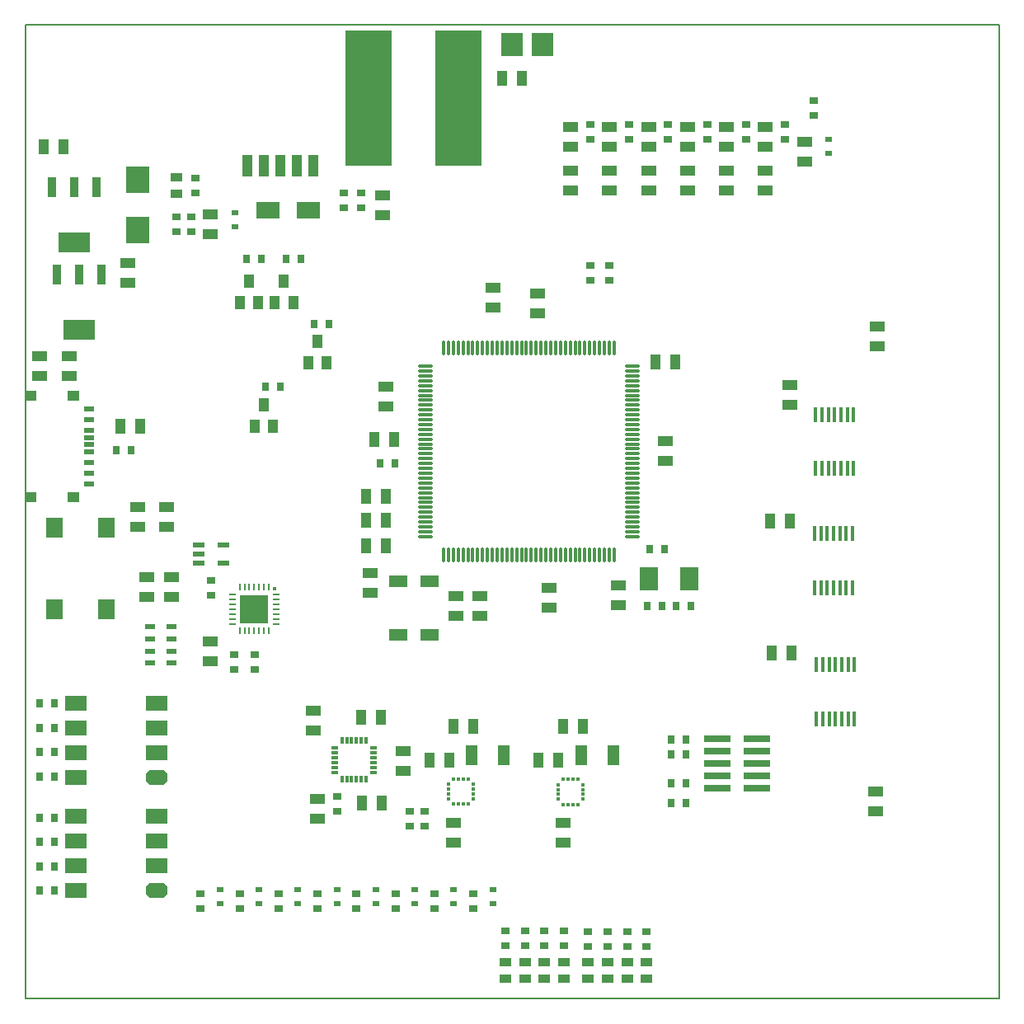
<source format=gtp>
%FSLAX25Y25*%
%MOIN*%
G70*
G01*
G75*
G04 Layer_Color=8421504*
%ADD10R,0.06000X0.04000*%
%ADD11R,0.04000X0.06000*%
%ADD12R,0.08701X0.09252*%
%ADD13R,0.09252X0.10906*%
%ADD14R,0.05000X0.08000*%
%ADD15R,0.02799X0.03201*%
%ADD16R,0.04900X0.02200*%
%ADD17R,0.05118X0.03347*%
%ADD18R,0.02756X0.02362*%
%ADD19R,0.09449X0.07087*%
%ADD20R,0.07874X0.01969*%
%ADD21R,0.08661X0.09843*%
%ADD22R,0.04000X0.02000*%
%ADD23R,0.04700X0.04100*%
%ADD24R,0.11024X0.02953*%
%ADD25R,0.18701X0.55118*%
%ADD26R,0.01181X0.01772*%
%ADD27R,0.01772X0.01181*%
%ADD28R,0.01378X0.03150*%
%ADD29R,0.03150X0.01378*%
%ADD30R,0.04331X0.02362*%
%ADD31R,0.03201X0.02799*%
G04:AMPARAMS|DCode=32|XSize=60mil|YSize=85mil|CornerRadius=0mil|HoleSize=0mil|Usage=FLASHONLY|Rotation=90.000|XOffset=0mil|YOffset=0mil|HoleType=Round|Shape=Octagon|*
%AMOCTAGOND32*
4,1,8,-0.04250,-0.01500,-0.04250,0.01500,-0.02750,0.03000,0.02750,0.03000,0.04250,0.01500,0.04250,-0.01500,0.02750,-0.03000,-0.02750,-0.03000,-0.04250,-0.01500,0.0*
%
%ADD32OCTAGOND32*%

%ADD33R,0.08500X0.06000*%
%ADD34R,0.03937X0.05512*%
%ADD35R,0.01142X0.02756*%
%ADD36R,0.11811X0.11811*%
%ADD37R,0.02756X0.01142*%
%ADD38R,0.01772X0.01772*%
%ADD39R,0.03543X0.08268*%
%ADD40R,0.12992X0.08268*%
%ADD41R,0.04213X0.08504*%
%ADD42R,0.01181X0.06496*%
%ADD43R,0.07480X0.05118*%
%ADD44R,0.07480X0.09449*%
%ADD45O,0.01181X0.06496*%
%ADD46O,0.06496X0.01181*%
%ADD47C,0.00787*%
%ADD48C,0.03937*%
%ADD49R,0.23622X0.07874*%
%ADD50R,0.25591X0.07874*%
%ADD51R,0.06299X0.01181*%
%ADD52R,0.18504X0.00394*%
%ADD53R,0.03150X0.03150*%
%ADD54R,0.21654X0.00787*%
%ADD55R,0.11811X0.03937*%
%ADD56R,0.15748X0.09843*%
%ADD57R,0.03937X0.12205*%
%ADD58R,0.12992X0.16535*%
%ADD59R,0.14961X0.24803*%
%ADD60R,0.29528X0.12598*%
%ADD61R,0.00787X0.07874*%
%ADD62R,0.06299X0.13779*%
%ADD63R,0.17717X0.07874*%
%ADD64R,0.08268X0.18898*%
%ADD65R,0.24803X0.18898*%
%ADD66R,0.24803X0.00787*%
%ADD67R,0.06299X0.07087*%
%ADD68R,0.05512X0.07480*%
%ADD69R,0.52362X0.07480*%
%ADD70R,0.19685X0.07874*%
%ADD71R,0.11417X0.11417*%
%ADD72R,0.08268X0.07480*%
%ADD73R,0.01575X0.00394*%
%ADD74R,0.30315X0.16929*%
%ADD75R,0.09843X0.13779*%
%ADD76R,0.06299X0.15748*%
%ADD77R,0.20079X0.08661*%
%ADD78R,0.14173X0.44488*%
%ADD79R,0.12992X0.43307*%
%ADD80R,0.27559X0.29528*%
%ADD81R,0.16929X0.29528*%
%ADD82R,0.16535X0.05512*%
%ADD83R,0.09449X0.09843*%
%ADD84R,0.12205X0.18898*%
%ADD85R,0.01969X0.11024*%
%ADD86R,0.00787X0.11024*%
%ADD87R,0.05906X0.21654*%
%ADD88R,0.07874X0.03937*%
%ADD89R,0.42520X0.07520*%
%ADD90R,0.32795X0.20000*%
%ADD91C,0.06500*%
%ADD92R,0.06500X0.06500*%
%ADD93C,0.06000*%
%ADD94R,0.06500X0.06500*%
%ADD95R,0.07874X0.07874*%
%ADD96C,0.07874*%
%ADD97C,0.02362*%
%ADD98C,0.23622*%
%ADD99C,0.04724*%
%ADD100C,0.04000*%
%ADD101C,0.08000*%
%ADD102C,0.07000*%
G04:AMPARAMS|DCode=103|XSize=90mil|YSize=90mil|CornerRadius=0mil|HoleSize=0mil|Usage=FLASHONLY|Rotation=0.000|XOffset=0mil|YOffset=0mil|HoleType=Round|Shape=Relief|Width=10mil|Gap=10mil|Entries=4|*
%AMTHD103*
7,0,0,0.09000,0.07000,0.01000,45*
%
%ADD103THD103*%
G04:AMPARAMS|DCode=104|XSize=100mil|YSize=100mil|CornerRadius=0mil|HoleSize=0mil|Usage=FLASHONLY|Rotation=0.000|XOffset=0mil|YOffset=0mil|HoleType=Round|Shape=Relief|Width=10mil|Gap=10mil|Entries=4|*
%AMTHD104*
7,0,0,0.10000,0.08000,0.01000,45*
%
%ADD104THD104*%
%ADD105C,0.09118*%
G04:AMPARAMS|DCode=106|XSize=111.181mil|YSize=111.181mil|CornerRadius=0mil|HoleSize=0mil|Usage=FLASHONLY|Rotation=0.000|XOffset=0mil|YOffset=0mil|HoleType=Round|Shape=Relief|Width=10mil|Gap=10mil|Entries=4|*
%AMTHD106*
7,0,0,0.11118,0.09118,0.01000,45*
%
%ADD106THD106*%
G04:AMPARAMS|DCode=107|XSize=99.37mil|YSize=99.37mil|CornerRadius=0mil|HoleSize=0mil|Usage=FLASHONLY|Rotation=0.000|XOffset=0mil|YOffset=0mil|HoleType=Round|Shape=Relief|Width=10mil|Gap=10mil|Entries=4|*
%AMTHD107*
7,0,0,0.09937,0.07937,0.01000,45*
%
%ADD107THD107*%
%ADD108C,0.07937*%
%ADD109C,0.04984*%
G04:AMPARAMS|DCode=110|XSize=69.843mil|YSize=69.843mil|CornerRadius=0mil|HoleSize=0mil|Usage=FLASHONLY|Rotation=0.000|XOffset=0mil|YOffset=0mil|HoleType=Round|Shape=Relief|Width=10mil|Gap=10mil|Entries=4|*
%AMTHD110*
7,0,0,0.06984,0.04984,0.01000,45*
%
%ADD110THD110*%
G04:AMPARAMS|DCode=111|XSize=178.11mil|YSize=178.11mil|CornerRadius=0mil|HoleSize=0mil|Usage=FLASHONLY|Rotation=0.000|XOffset=0mil|YOffset=0mil|HoleType=Round|Shape=Relief|Width=10mil|Gap=10mil|Entries=4|*
%AMTHD111*
7,0,0,0.17811,0.15811,0.01000,45*
%
%ADD111THD111*%
%ADD112C,0.07543*%
%ADD113C,0.15811*%
%ADD114C,0.01000*%
%ADD115C,0.00984*%
%ADD116C,0.02362*%
%ADD117C,0.00500*%
%ADD118C,0.00600*%
%ADD119C,0.00394*%
%ADD120C,0.01181*%
%ADD121C,0.00200*%
%ADD122C,0.00591*%
%ADD123R,0.01968X0.02953*%
%ADD124R,0.06299X0.00394*%
%ADD125R,0.07087X0.08268*%
D10*
X49213Y162535D02*
D03*
Y170535D02*
D03*
X59055Y162535D02*
D03*
Y170535D02*
D03*
X344488Y271717D02*
D03*
Y263717D02*
D03*
X45276Y198882D02*
D03*
Y190882D02*
D03*
X57087D02*
D03*
Y198882D02*
D03*
X343701Y83858D02*
D03*
Y75858D02*
D03*
X220472Y334709D02*
D03*
Y326709D02*
D03*
X236220Y334709D02*
D03*
Y326709D02*
D03*
X220472Y344425D02*
D03*
Y352425D02*
D03*
X236220Y344425D02*
D03*
Y352425D02*
D03*
X251969Y334709D02*
D03*
Y326709D02*
D03*
X267717Y334709D02*
D03*
Y326709D02*
D03*
X251969Y344425D02*
D03*
Y352425D02*
D03*
X267717Y344488D02*
D03*
Y352488D02*
D03*
X283465Y334709D02*
D03*
Y326709D02*
D03*
X299213Y334709D02*
D03*
Y326709D02*
D03*
X283465Y344425D02*
D03*
Y352425D02*
D03*
X299213Y344425D02*
D03*
Y352425D02*
D03*
X17717Y251906D02*
D03*
Y259906D02*
D03*
X41339Y297307D02*
D03*
Y289307D02*
D03*
X5906Y259906D02*
D03*
Y251906D02*
D03*
X74803Y308992D02*
D03*
Y316992D02*
D03*
X144488Y316866D02*
D03*
Y324866D02*
D03*
X309055Y248158D02*
D03*
Y240158D02*
D03*
X116397Y108430D02*
D03*
Y116430D02*
D03*
X118110Y72772D02*
D03*
Y80772D02*
D03*
X152756Y100126D02*
D03*
Y92126D02*
D03*
X74803Y136551D02*
D03*
Y144551D02*
D03*
X314961Y338520D02*
D03*
Y346520D02*
D03*
X217409Y62929D02*
D03*
Y70929D02*
D03*
X173228Y62929D02*
D03*
Y70929D02*
D03*
X174016Y154661D02*
D03*
Y162661D02*
D03*
X145669Y247307D02*
D03*
Y239307D02*
D03*
X183858Y162661D02*
D03*
Y154661D02*
D03*
X211811Y166205D02*
D03*
Y158205D02*
D03*
X239764Y166992D02*
D03*
Y158992D02*
D03*
X258661Y225260D02*
D03*
Y217260D02*
D03*
X207087Y277102D02*
D03*
Y285102D02*
D03*
X188976Y279465D02*
D03*
Y287465D02*
D03*
X139370Y164047D02*
D03*
Y172047D02*
D03*
D11*
X38520Y231496D02*
D03*
X46520D02*
D03*
X7417Y344488D02*
D03*
X15417D02*
D03*
X200850Y372047D02*
D03*
X192850D02*
D03*
X301118Y192913D02*
D03*
X309118D02*
D03*
X301906Y139764D02*
D03*
X309906D02*
D03*
X144157Y79134D02*
D03*
X136157D02*
D03*
X143764Y113779D02*
D03*
X135764D02*
D03*
X207504Y96457D02*
D03*
X215504D02*
D03*
X225346Y110236D02*
D03*
X217346D02*
D03*
X163323Y96457D02*
D03*
X171323D02*
D03*
X181165Y110236D02*
D03*
X173165D02*
D03*
X148945Y225984D02*
D03*
X140945D02*
D03*
X254661Y257283D02*
D03*
X262662D02*
D03*
X145732Y193307D02*
D03*
X137732D02*
D03*
Y183071D02*
D03*
X145732D02*
D03*
X137732Y203150D02*
D03*
X145732D02*
D03*
D12*
X208917Y385827D02*
D03*
X196595D02*
D03*
D13*
X45276Y330984D02*
D03*
Y310748D02*
D03*
D14*
X237689Y98425D02*
D03*
X224689D02*
D03*
X193508D02*
D03*
X180508D02*
D03*
D15*
X269142Y158661D02*
D03*
X263142D02*
D03*
X251331D02*
D03*
X257331D02*
D03*
X89520Y299213D02*
D03*
X95520D02*
D03*
X97197Y247244D02*
D03*
X103197D02*
D03*
X105268Y299213D02*
D03*
X111268D02*
D03*
X116882Y272835D02*
D03*
X122882D02*
D03*
X11661Y73228D02*
D03*
X5661D02*
D03*
X11661Y63386D02*
D03*
X5661D02*
D03*
X11661Y53543D02*
D03*
X5661D02*
D03*
X11661Y43701D02*
D03*
X5661D02*
D03*
X11661Y119291D02*
D03*
X5661D02*
D03*
X11661Y109449D02*
D03*
X5661D02*
D03*
X11661Y99606D02*
D03*
X5661D02*
D03*
X11661Y89764D02*
D03*
X5661D02*
D03*
X36614Y221654D02*
D03*
X42614D02*
D03*
X261173Y104724D02*
D03*
X267173D02*
D03*
Y98819D02*
D03*
X261173D02*
D03*
X267173Y87008D02*
D03*
X261173D02*
D03*
Y79134D02*
D03*
X267173D02*
D03*
X149457Y216535D02*
D03*
X143457D02*
D03*
X252512Y181890D02*
D03*
X258512D02*
D03*
D16*
X70221Y179715D02*
D03*
Y175965D02*
D03*
Y183465D02*
D03*
X79921Y175965D02*
D03*
Y183465D02*
D03*
D17*
X251181Y7972D02*
D03*
Y14862D02*
D03*
X243307Y7972D02*
D03*
Y14862D02*
D03*
X235433Y7972D02*
D03*
Y14862D02*
D03*
X227559Y7972D02*
D03*
Y14862D02*
D03*
X217717Y7972D02*
D03*
Y14862D02*
D03*
X209842Y7972D02*
D03*
Y14862D02*
D03*
X201969Y7972D02*
D03*
Y14862D02*
D03*
X194095Y7972D02*
D03*
Y14862D02*
D03*
X61024Y325295D02*
D03*
Y332185D02*
D03*
D18*
X84646Y312165D02*
D03*
Y317756D02*
D03*
X141732Y38543D02*
D03*
Y44134D02*
D03*
X157480Y38543D02*
D03*
Y44134D02*
D03*
X173228Y38543D02*
D03*
Y44134D02*
D03*
X188976Y38543D02*
D03*
Y44134D02*
D03*
X125984Y38543D02*
D03*
Y44134D02*
D03*
X110236Y38543D02*
D03*
Y44134D02*
D03*
X94488Y38543D02*
D03*
Y44134D02*
D03*
X78740Y38543D02*
D03*
Y44134D02*
D03*
X324803Y341693D02*
D03*
Y347283D02*
D03*
D19*
X114370Y318898D02*
D03*
X98228D02*
D03*
D22*
X25788Y229823D02*
D03*
Y224114D02*
D03*
Y221162D02*
D03*
Y238484D02*
D03*
Y208170D02*
D03*
Y234154D02*
D03*
Y212500D02*
D03*
Y226870D02*
D03*
Y216831D02*
D03*
D23*
X19489Y243898D02*
D03*
X1969D02*
D03*
Y202756D02*
D03*
X19489D02*
D03*
D24*
X295669Y85039D02*
D03*
X279669D02*
D03*
X295669Y90039D02*
D03*
X279669D02*
D03*
X295669Y95039D02*
D03*
X279669D02*
D03*
X295669Y100039D02*
D03*
X279669D02*
D03*
X295669Y105039D02*
D03*
X279669D02*
D03*
D25*
X175197Y364173D02*
D03*
X138780D02*
D03*
D26*
X217409Y78543D02*
D03*
X219378D02*
D03*
X221346D02*
D03*
X223315D02*
D03*
Y88583D02*
D03*
X221346D02*
D03*
X219378D02*
D03*
X217409D02*
D03*
X173228Y78740D02*
D03*
X175197D02*
D03*
X177165D02*
D03*
X179134D02*
D03*
Y88780D02*
D03*
X177165D02*
D03*
X175197D02*
D03*
X173228D02*
D03*
D27*
X225382Y80610D02*
D03*
Y82579D02*
D03*
Y84547D02*
D03*
Y86516D02*
D03*
X215343D02*
D03*
Y84547D02*
D03*
Y82579D02*
D03*
Y80610D02*
D03*
X181201Y80807D02*
D03*
Y82776D02*
D03*
Y84744D02*
D03*
Y86713D02*
D03*
X171161D02*
D03*
Y84744D02*
D03*
Y82776D02*
D03*
Y80807D02*
D03*
D28*
X127953Y104331D02*
D03*
X129921D02*
D03*
X131890D02*
D03*
X133858D02*
D03*
X135827D02*
D03*
X137795D02*
D03*
Y88583D02*
D03*
X135827D02*
D03*
X133858D02*
D03*
X131890D02*
D03*
X129921D02*
D03*
X127953D02*
D03*
D29*
X140748Y101378D02*
D03*
Y99409D02*
D03*
Y97441D02*
D03*
Y95472D02*
D03*
Y93504D02*
D03*
Y91535D02*
D03*
X125000D02*
D03*
Y93504D02*
D03*
Y95472D02*
D03*
Y97441D02*
D03*
Y99409D02*
D03*
Y101378D02*
D03*
D30*
X59055Y135630D02*
D03*
Y140551D02*
D03*
Y145472D02*
D03*
Y150394D02*
D03*
X50394Y135630D02*
D03*
Y140551D02*
D03*
Y145472D02*
D03*
Y150394D02*
D03*
D31*
X75197Y169142D02*
D03*
Y163142D02*
D03*
X251181Y21016D02*
D03*
Y27016D02*
D03*
X243307Y21016D02*
D03*
Y27016D02*
D03*
X235433Y21016D02*
D03*
Y27016D02*
D03*
X228346Y347394D02*
D03*
Y353394D02*
D03*
X244094Y347394D02*
D03*
Y353394D02*
D03*
X227559Y21016D02*
D03*
Y27016D02*
D03*
X217717Y21260D02*
D03*
Y27260D02*
D03*
X209842Y21260D02*
D03*
Y27260D02*
D03*
X201969Y21260D02*
D03*
Y27260D02*
D03*
X259843Y347394D02*
D03*
Y353394D02*
D03*
X275591Y347394D02*
D03*
Y353394D02*
D03*
X194095Y21260D02*
D03*
Y27260D02*
D03*
X291339Y347394D02*
D03*
Y353394D02*
D03*
X307087Y347394D02*
D03*
Y353394D02*
D03*
X68898Y331740D02*
D03*
Y325740D02*
D03*
X61024Y315992D02*
D03*
Y309992D02*
D03*
X66929D02*
D03*
Y315992D02*
D03*
X128740Y319835D02*
D03*
Y325835D02*
D03*
X135827D02*
D03*
Y319835D02*
D03*
X133858Y36370D02*
D03*
Y42370D02*
D03*
X149606Y36370D02*
D03*
Y42370D02*
D03*
X165354Y36370D02*
D03*
Y42370D02*
D03*
X181102Y36370D02*
D03*
Y42370D02*
D03*
X118110Y36370D02*
D03*
Y42370D02*
D03*
X102362Y36370D02*
D03*
Y42370D02*
D03*
X86614Y36370D02*
D03*
Y42370D02*
D03*
X70866Y36370D02*
D03*
Y42370D02*
D03*
X92775Y139052D02*
D03*
Y133052D02*
D03*
X84507Y139052D02*
D03*
Y133052D02*
D03*
X155512Y69835D02*
D03*
Y75835D02*
D03*
X161417Y69835D02*
D03*
Y75835D02*
D03*
X228346Y296307D02*
D03*
Y290307D02*
D03*
X236221Y296307D02*
D03*
Y290307D02*
D03*
X125984Y75740D02*
D03*
Y81740D02*
D03*
X318898Y357236D02*
D03*
Y363236D02*
D03*
D32*
X52973Y43701D02*
D03*
X52973Y89449D02*
D03*
D33*
X52973Y53701D02*
D03*
Y63701D02*
D03*
Y73701D02*
D03*
X20472D02*
D03*
Y63701D02*
D03*
Y53701D02*
D03*
Y43701D02*
D03*
X52973Y99449D02*
D03*
Y109449D02*
D03*
Y119449D02*
D03*
X20472D02*
D03*
Y109449D02*
D03*
Y99449D02*
D03*
Y89449D02*
D03*
D34*
X86614Y281496D02*
D03*
X94094D02*
D03*
X90354Y290157D02*
D03*
X92717Y231496D02*
D03*
X100197D02*
D03*
X96457Y240157D02*
D03*
X100787Y281496D02*
D03*
X108268D02*
D03*
X104528Y290157D02*
D03*
X114370Y257087D02*
D03*
X121850D02*
D03*
X118110Y265748D02*
D03*
D35*
X98425Y166339D02*
D03*
Y148622D02*
D03*
X96457D02*
D03*
X94488D02*
D03*
X92520D02*
D03*
X90551D02*
D03*
X88583D02*
D03*
X86614D02*
D03*
X96457Y166339D02*
D03*
X94488D02*
D03*
X92520D02*
D03*
X90551D02*
D03*
X88583D02*
D03*
X86614D02*
D03*
D36*
X92520Y157480D02*
D03*
D37*
X101378Y151575D02*
D03*
Y153543D02*
D03*
Y155512D02*
D03*
Y157480D02*
D03*
Y159449D02*
D03*
Y161417D02*
D03*
Y163386D02*
D03*
X83662Y151575D02*
D03*
Y153543D02*
D03*
Y155512D02*
D03*
Y157480D02*
D03*
Y159449D02*
D03*
Y161417D02*
D03*
Y163386D02*
D03*
D38*
X100787Y165748D02*
D03*
D39*
X28740Y328150D02*
D03*
X19685D02*
D03*
X10630D02*
D03*
X30709Y292717D02*
D03*
X21654D02*
D03*
X12598D02*
D03*
D40*
X19685Y305709D02*
D03*
X21654Y270276D02*
D03*
D41*
X89764Y336614D02*
D03*
X96457D02*
D03*
X103150D02*
D03*
X109843D02*
D03*
X116535D02*
D03*
D42*
X319488Y214272D02*
D03*
X322047D02*
D03*
X324606D02*
D03*
X327165D02*
D03*
X329724D02*
D03*
X332284D02*
D03*
X334843D02*
D03*
X319488Y236122D02*
D03*
X322047D02*
D03*
X324606D02*
D03*
X327165D02*
D03*
X329724D02*
D03*
X332284D02*
D03*
X334843D02*
D03*
X319095Y166240D02*
D03*
X321654D02*
D03*
X324213D02*
D03*
X326772D02*
D03*
X329331D02*
D03*
X331890D02*
D03*
X334449D02*
D03*
X319095Y188091D02*
D03*
X321654D02*
D03*
X324213D02*
D03*
X326772D02*
D03*
X329331D02*
D03*
X331890D02*
D03*
X334449D02*
D03*
X319882Y113091D02*
D03*
X322441D02*
D03*
X325000D02*
D03*
X327559D02*
D03*
X330118D02*
D03*
X332677D02*
D03*
X335236D02*
D03*
X319882Y134941D02*
D03*
X322441D02*
D03*
X325000D02*
D03*
X327559D02*
D03*
X330118D02*
D03*
X332677D02*
D03*
X335236D02*
D03*
D43*
X163386Y168701D02*
D03*
Y147047D02*
D03*
X150787D02*
D03*
Y168701D02*
D03*
D44*
X268307Y169685D02*
D03*
X252165D02*
D03*
D45*
X169094Y262992D02*
D03*
X171063D02*
D03*
X173032D02*
D03*
X175000D02*
D03*
X176969D02*
D03*
X178937D02*
D03*
X180906D02*
D03*
X182874D02*
D03*
X184843D02*
D03*
X186811D02*
D03*
X188780D02*
D03*
X190748D02*
D03*
X192717D02*
D03*
X194685D02*
D03*
X196654D02*
D03*
X198622D02*
D03*
X200591D02*
D03*
X202559D02*
D03*
X204528D02*
D03*
X206496D02*
D03*
X208465D02*
D03*
X210433D02*
D03*
X212402D02*
D03*
X214370D02*
D03*
X216339D02*
D03*
X218307D02*
D03*
X220276D02*
D03*
X222244D02*
D03*
X224213D02*
D03*
X226181D02*
D03*
X228150D02*
D03*
X230118D02*
D03*
X232087D02*
D03*
X234055D02*
D03*
X236024D02*
D03*
X237992D02*
D03*
Y179528D02*
D03*
X236024D02*
D03*
X234055D02*
D03*
X232087D02*
D03*
X230118D02*
D03*
X228150D02*
D03*
X226181D02*
D03*
X224213D02*
D03*
X222244D02*
D03*
X220276D02*
D03*
X218307D02*
D03*
X216339D02*
D03*
X214370D02*
D03*
X212402D02*
D03*
X210433D02*
D03*
X208465D02*
D03*
X206496D02*
D03*
X204528D02*
D03*
X202559D02*
D03*
X200591D02*
D03*
X198622D02*
D03*
X196654D02*
D03*
X194685D02*
D03*
X192717D02*
D03*
X190748D02*
D03*
X188780D02*
D03*
X186811D02*
D03*
X184843D02*
D03*
X182874D02*
D03*
X180906D02*
D03*
X178937D02*
D03*
X176969D02*
D03*
X175000D02*
D03*
X173032D02*
D03*
X171063D02*
D03*
X169094D02*
D03*
D46*
X245276Y255709D02*
D03*
Y253740D02*
D03*
Y251772D02*
D03*
Y249803D02*
D03*
Y247835D02*
D03*
Y245866D02*
D03*
Y243898D02*
D03*
Y241929D02*
D03*
Y239961D02*
D03*
Y237992D02*
D03*
Y236024D02*
D03*
Y234055D02*
D03*
Y232087D02*
D03*
Y230118D02*
D03*
Y228150D02*
D03*
Y226181D02*
D03*
Y224213D02*
D03*
Y222244D02*
D03*
Y220276D02*
D03*
Y218307D02*
D03*
Y216339D02*
D03*
Y214370D02*
D03*
Y212402D02*
D03*
Y210433D02*
D03*
Y208465D02*
D03*
Y206496D02*
D03*
Y204528D02*
D03*
Y202559D02*
D03*
Y200591D02*
D03*
Y198622D02*
D03*
Y196654D02*
D03*
Y194685D02*
D03*
Y192717D02*
D03*
Y190748D02*
D03*
Y188780D02*
D03*
Y186811D02*
D03*
X161811D02*
D03*
Y188780D02*
D03*
Y190748D02*
D03*
Y192717D02*
D03*
Y194685D02*
D03*
Y196654D02*
D03*
Y198622D02*
D03*
Y200591D02*
D03*
Y202559D02*
D03*
Y204528D02*
D03*
Y206496D02*
D03*
Y208465D02*
D03*
Y210433D02*
D03*
Y212402D02*
D03*
Y214370D02*
D03*
Y216339D02*
D03*
Y218307D02*
D03*
Y220276D02*
D03*
Y222244D02*
D03*
Y224213D02*
D03*
Y226181D02*
D03*
Y228150D02*
D03*
Y230118D02*
D03*
Y232087D02*
D03*
Y234055D02*
D03*
Y236024D02*
D03*
Y237992D02*
D03*
Y239961D02*
D03*
Y241929D02*
D03*
Y243898D02*
D03*
Y245866D02*
D03*
Y247835D02*
D03*
Y249803D02*
D03*
Y251772D02*
D03*
Y253740D02*
D03*
Y255709D02*
D03*
D47*
X0Y0D02*
Y393701D01*
X393701D01*
Y0D02*
Y393701D01*
X0Y0D02*
X393701D01*
D124*
X33661Y180315D02*
D03*
Y177165D02*
D03*
Y174016D02*
D03*
Y170866D02*
D03*
Y167717D02*
D03*
D125*
X32677Y190551D02*
D03*
X11811D02*
D03*
Y157480D02*
D03*
X32677D02*
D03*
M02*

</source>
